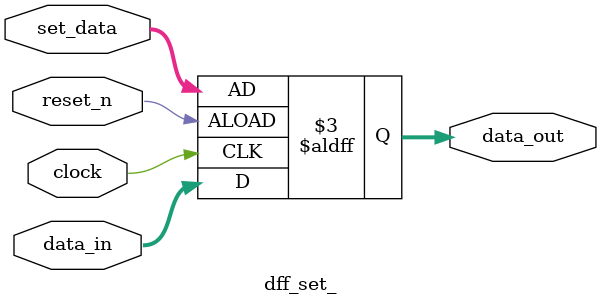
<source format=v>
`timescale 1ns / 1ps


module dff_set_#(parameter width = 32)
(
    input wire clock,
    input wire reset_n,

    input wire [width-1:0] data_in,
    output reg [width-1:0] data_out,
    input wire [width-1:0] set_data
);

    always @(posedge clock or negedge reset_n) begin
        if (!reset_n) begin
            data_out <= set_data;
        end else begin
            data_out <= data_in;
        end
    end
endmodule

</source>
